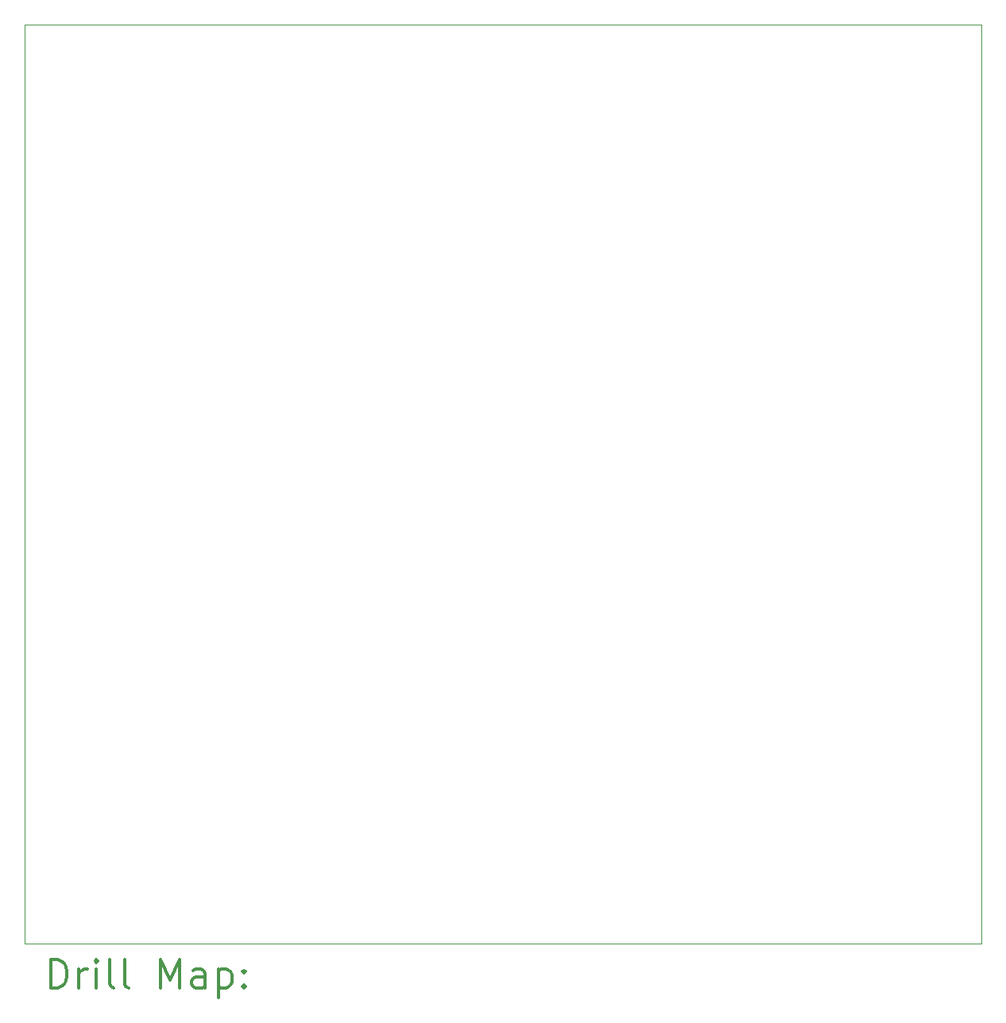
<source format=gbr>
%FSLAX45Y45*%
G04 Gerber Fmt 4.5, Leading zero omitted, Abs format (unit mm)*
G04 Created by KiCad (PCBNEW 5.0.2+dfsg1-1) date Sun 08 Mar 2020 16:41:49 CET*
%MOMM*%
%LPD*%
G01*
G04 APERTURE LIST*
%ADD10C,0.100000*%
%ADD11C,0.200000*%
%ADD12C,0.300000*%
G04 APERTURE END LIST*
D10*
X9650000Y-15100000D02*
X9650000Y-5300000D01*
X19850000Y-15100000D02*
X9650000Y-15100000D01*
X19850000Y-5300000D02*
X19850000Y-15100000D01*
X9650000Y-5300000D02*
X19850000Y-5300000D01*
D11*
D12*
X9931428Y-15570714D02*
X9931428Y-15270714D01*
X10002857Y-15270714D01*
X10045714Y-15285000D01*
X10074286Y-15313571D01*
X10088571Y-15342143D01*
X10102857Y-15399286D01*
X10102857Y-15442143D01*
X10088571Y-15499286D01*
X10074286Y-15527857D01*
X10045714Y-15556429D01*
X10002857Y-15570714D01*
X9931428Y-15570714D01*
X10231428Y-15570714D02*
X10231428Y-15370714D01*
X10231428Y-15427857D02*
X10245714Y-15399286D01*
X10260000Y-15385000D01*
X10288571Y-15370714D01*
X10317143Y-15370714D01*
X10417143Y-15570714D02*
X10417143Y-15370714D01*
X10417143Y-15270714D02*
X10402857Y-15285000D01*
X10417143Y-15299286D01*
X10431428Y-15285000D01*
X10417143Y-15270714D01*
X10417143Y-15299286D01*
X10602857Y-15570714D02*
X10574286Y-15556429D01*
X10560000Y-15527857D01*
X10560000Y-15270714D01*
X10760000Y-15570714D02*
X10731428Y-15556429D01*
X10717143Y-15527857D01*
X10717143Y-15270714D01*
X11102857Y-15570714D02*
X11102857Y-15270714D01*
X11202857Y-15485000D01*
X11302857Y-15270714D01*
X11302857Y-15570714D01*
X11574286Y-15570714D02*
X11574286Y-15413571D01*
X11560000Y-15385000D01*
X11531428Y-15370714D01*
X11474286Y-15370714D01*
X11445714Y-15385000D01*
X11574286Y-15556429D02*
X11545714Y-15570714D01*
X11474286Y-15570714D01*
X11445714Y-15556429D01*
X11431428Y-15527857D01*
X11431428Y-15499286D01*
X11445714Y-15470714D01*
X11474286Y-15456429D01*
X11545714Y-15456429D01*
X11574286Y-15442143D01*
X11717143Y-15370714D02*
X11717143Y-15670714D01*
X11717143Y-15385000D02*
X11745714Y-15370714D01*
X11802857Y-15370714D01*
X11831428Y-15385000D01*
X11845714Y-15399286D01*
X11860000Y-15427857D01*
X11860000Y-15513571D01*
X11845714Y-15542143D01*
X11831428Y-15556429D01*
X11802857Y-15570714D01*
X11745714Y-15570714D01*
X11717143Y-15556429D01*
X11988571Y-15542143D02*
X12002857Y-15556429D01*
X11988571Y-15570714D01*
X11974286Y-15556429D01*
X11988571Y-15542143D01*
X11988571Y-15570714D01*
X11988571Y-15385000D02*
X12002857Y-15399286D01*
X11988571Y-15413571D01*
X11974286Y-15399286D01*
X11988571Y-15385000D01*
X11988571Y-15413571D01*
M02*

</source>
